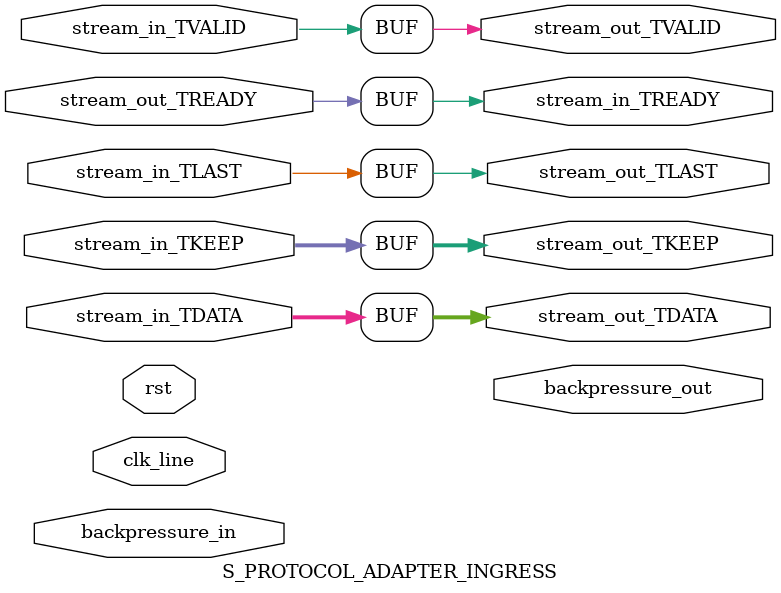
<source format=sv>



`timescale 1 ps / 1 ps

module S_PROTOCOL_ADAPTER_INGRESS#(
   parameter BW  = 32,
   parameter BWB = BW/8
) (
   input  logic           clk_line,
   input  logic           rst,
   input  logic           backpressure_in,
   output logic           backpressure_out,
   input  logic           stream_in_TLAST,
   input  logic           stream_in_TVALID,
   output logic           stream_in_TREADY,
   input  logic  [BW-1:0] stream_in_TDATA,
   input  logic [BWB-1:0] stream_in_TKEEP,
   output logic           stream_out_TLAST,
   output logic           stream_out_TVALID,
   input  logic           stream_out_TREADY,
   output logic  [BW-1:0] stream_out_TDATA,
   output logic [BWB-1:0] stream_out_TKEEP
);

assign stream_out_TVALID = stream_in_TVALID;
assign stream_out_TLAST  = stream_in_TLAST;
assign stream_out_TKEEP  = stream_in_TKEEP;
assign stream_out_TDATA  = stream_in_TDATA;
assign stream_in_TREADY = stream_out_TREADY;

endmodule


</source>
